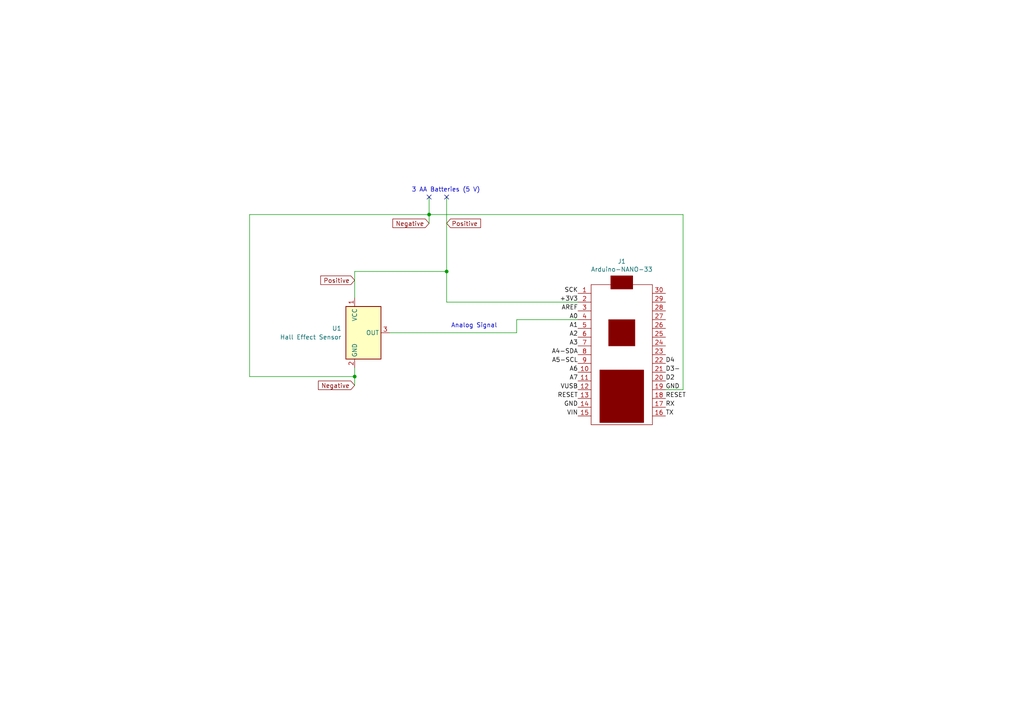
<source format=kicad_sch>
(kicad_sch (version 20230121) (generator eeschema)

  (uuid c38cf12e-3d6f-4417-a28f-ec7da153f6f1)

  (paper "A4")

  (lib_symbols
    (symbol "Nano_33-rescue:Arduino-NANO-33-arduino-nano-33-Nano_33-rescue" (pin_names (offset 1.016) hide) (in_bom yes) (on_board yes)
      (property "Reference" "J" (at 0 24.765 0)
        (effects (font (size 1.27 1.27)))
      )
      (property "Value" "Nano_33-rescue_Arduino-NANO-33-arduino-nano-33" (at 1.27 -22.86 0)
        (effects (font (size 1.27 1.27)))
      )
      (property "Footprint" "" (at -8.255 -2.54 0)
        (effects (font (size 1.27 1.27)) hide)
      )
      (property "Datasheet" "" (at -8.255 -2.54 0)
        (effects (font (size 1.27 1.27)) hide)
      )
      (property "ki_fp_filters" "Connector*:*_1x??_*" (at 0 0 0)
        (effects (font (size 1.27 1.27)) hide)
      )
      (symbol "Arduino-NANO-33-arduino-nano-33-Nano_33-rescue_0_1"
        (rectangle (start -8.89 -20.32) (end 8.89 20.32)
          (stroke (width 0) (type solid))
          (fill (type none))
        )
        (rectangle (start -3.81 10.16) (end 3.81 2.54)
          (stroke (width 0) (type solid))
          (fill (type outline))
        )
        (rectangle (start -3.175 22.86) (end 3.175 19.05)
          (stroke (width 0) (type solid))
          (fill (type outline))
        )
        (rectangle (start 6.35 -19.685) (end -6.35 -4.445)
          (stroke (width 0) (type solid))
          (fill (type outline))
        )
      )
      (symbol "Arduino-NANO-33-arduino-nano-33-Nano_33-rescue_1_1"
        (pin passive line (at -12.7 17.78 0) (length 3.81)
          (name "1" (effects (font (size 1.27 1.27))))
          (number "1" (effects (font (size 1.27 1.27))))
        )
        (pin passive line (at -12.7 -5.08 0) (length 3.81)
          (name "10" (effects (font (size 1.27 1.27))))
          (number "10" (effects (font (size 1.27 1.27))))
        )
        (pin passive line (at -12.7 -7.62 0) (length 3.81)
          (name "11" (effects (font (size 1.27 1.27))))
          (number "11" (effects (font (size 1.27 1.27))))
        )
        (pin passive line (at -12.7 -10.16 0) (length 3.81)
          (name "12" (effects (font (size 1.27 1.27))))
          (number "12" (effects (font (size 1.27 1.27))))
        )
        (pin passive line (at -12.7 -12.7 0) (length 3.81)
          (name "13" (effects (font (size 1.27 1.27))))
          (number "13" (effects (font (size 1.27 1.27))))
        )
        (pin passive line (at -12.7 -15.24 0) (length 3.81)
          (name "14" (effects (font (size 1.27 1.27))))
          (number "14" (effects (font (size 1.27 1.27))))
        )
        (pin passive line (at -12.7 -17.78 0) (length 3.81)
          (name "15" (effects (font (size 1.27 1.27))))
          (number "15" (effects (font (size 1.27 1.27))))
        )
        (pin passive line (at 12.7 -17.78 180) (length 3.81)
          (name "16" (effects (font (size 1.27 1.27))))
          (number "16" (effects (font (size 1.27 1.27))))
        )
        (pin passive line (at 12.7 -15.24 180) (length 3.81)
          (name "17" (effects (font (size 1.27 1.27))))
          (number "17" (effects (font (size 1.27 1.27))))
        )
        (pin passive line (at 12.7 -12.7 180) (length 3.81)
          (name "18" (effects (font (size 1.27 1.27))))
          (number "18" (effects (font (size 1.27 1.27))))
        )
        (pin passive line (at 12.7 -10.16 180) (length 3.81)
          (name "19" (effects (font (size 1.27 1.27))))
          (number "19" (effects (font (size 1.27 1.27))))
        )
        (pin passive line (at -12.7 15.24 0) (length 3.81)
          (name "2" (effects (font (size 1.27 1.27))))
          (number "2" (effects (font (size 1.27 1.27))))
        )
        (pin passive line (at 12.7 -7.62 180) (length 3.81)
          (name "20" (effects (font (size 1.27 1.27))))
          (number "20" (effects (font (size 1.27 1.27))))
        )
        (pin passive line (at 12.7 -5.08 180) (length 3.81)
          (name "21" (effects (font (size 1.27 1.27))))
          (number "21" (effects (font (size 1.27 1.27))))
        )
        (pin passive line (at 12.7 -2.54 180) (length 3.81)
          (name "22" (effects (font (size 1.27 1.27))))
          (number "22" (effects (font (size 1.27 1.27))))
        )
        (pin passive line (at 12.7 0 180) (length 3.81)
          (name "23" (effects (font (size 1.27 1.27))))
          (number "23" (effects (font (size 1.27 1.27))))
        )
        (pin passive line (at 12.7 2.54 180) (length 3.81)
          (name "24" (effects (font (size 1.27 1.27))))
          (number "24" (effects (font (size 1.27 1.27))))
        )
        (pin passive line (at 12.7 5.08 180) (length 3.81)
          (name "25" (effects (font (size 1.27 1.27))))
          (number "25" (effects (font (size 1.27 1.27))))
        )
        (pin passive line (at 12.7 7.62 180) (length 3.81)
          (name "26" (effects (font (size 1.27 1.27))))
          (number "26" (effects (font (size 1.27 1.27))))
        )
        (pin passive line (at 12.7 10.16 180) (length 3.81)
          (name "27" (effects (font (size 1.27 1.27))))
          (number "27" (effects (font (size 1.27 1.27))))
        )
        (pin passive line (at 12.7 12.7 180) (length 3.81)
          (name "28" (effects (font (size 1.27 1.27))))
          (number "28" (effects (font (size 1.27 1.27))))
        )
        (pin passive line (at 12.7 15.24 180) (length 3.81)
          (name "29" (effects (font (size 1.27 1.27))))
          (number "29" (effects (font (size 1.27 1.27))))
        )
        (pin passive line (at -12.7 12.7 0) (length 3.81)
          (name "3" (effects (font (size 1.27 1.27))))
          (number "3" (effects (font (size 1.27 1.27))))
        )
        (pin passive line (at 12.7 17.78 180) (length 3.81)
          (name "30" (effects (font (size 1.27 1.27))))
          (number "30" (effects (font (size 1.27 1.27))))
        )
        (pin passive line (at -12.7 10.16 0) (length 3.81)
          (name "4" (effects (font (size 1.27 1.27))))
          (number "4" (effects (font (size 1.27 1.27))))
        )
        (pin passive line (at -12.7 7.62 0) (length 3.81)
          (name "5" (effects (font (size 1.27 1.27))))
          (number "5" (effects (font (size 1.27 1.27))))
        )
        (pin passive line (at -12.7 5.08 0) (length 3.81)
          (name "6" (effects (font (size 1.27 1.27))))
          (number "6" (effects (font (size 1.27 1.27))))
        )
        (pin passive line (at -12.7 2.54 0) (length 3.81)
          (name "7" (effects (font (size 1.27 1.27))))
          (number "7" (effects (font (size 1.27 1.27))))
        )
        (pin passive line (at -12.7 0 0) (length 3.81)
          (name "8" (effects (font (size 1.27 1.27))))
          (number "8" (effects (font (size 1.27 1.27))))
        )
        (pin passive line (at -12.7 -2.54 0) (length 3.81)
          (name "9" (effects (font (size 1.27 1.27))))
          (number "9" (effects (font (size 1.27 1.27))))
        )
      )
    )
    (symbol "Sensor_Magnetic:DRV5055A2xLPGxQ1" (in_bom yes) (on_board yes)
      (property "Reference" "U" (at 5.08 12.7 0)
        (effects (font (size 1.27 1.27)))
      )
      (property "Value" "DRV5055A2xLPGxQ1" (at 7.62 10.16 0)
        (effects (font (size 1.27 1.27)))
      )
      (property "Footprint" "Package_TO_SOT_THT:TO-92_Inline" (at 0 0 0)
        (effects (font (size 1.27 1.27)) hide)
      )
      (property "Datasheet" "https://www.ti.com/lit/ds/symlink/drv5055-q1.pdf" (at 0 0 0)
        (effects (font (size 1.27 1.27)) hide)
      )
      (property "ki_keywords" "Automotive Ratiometric Linear Hall Effect Sensor AEC-Q100" (at 0 0 0)
        (effects (font (size 1.27 1.27)) hide)
      )
      (property "ki_description" "50 mV/mT,±42-mT, 20-kHz, 3.3/5V, TO-92" (at 0 0 0)
        (effects (font (size 1.27 1.27)) hide)
      )
      (property "ki_fp_filters" "TO?92*" (at 0 0 0)
        (effects (font (size 1.27 1.27)) hide)
      )
      (symbol "DRV5055A2xLPGxQ1_1_1"
        (rectangle (start -5.08 7.62) (end 5.08 -7.62)
          (stroke (width 0.254) (type default))
          (fill (type background))
        )
        (pin power_in line (at -2.54 10.16 270) (length 2.54)
          (name "VCC" (effects (font (size 1.27 1.27))))
          (number "1" (effects (font (size 1.27 1.27))))
        )
        (pin power_in line (at -2.54 -10.16 90) (length 2.54)
          (name "GND" (effects (font (size 1.27 1.27))))
          (number "2" (effects (font (size 1.27 1.27))))
        )
        (pin output line (at 7.62 0 180) (length 2.54)
          (name "OUT" (effects (font (size 1.27 1.27))))
          (number "3" (effects (font (size 1.27 1.27))))
        )
      )
    )
  )

  (junction (at 129.54 78.74) (diameter 0) (color 0 0 0 0)
    (uuid 47816168-07c9-4ede-8a91-de42697a0ba0)
  )
  (junction (at 124.46 62.23) (diameter 0) (color 0 0 0 0)
    (uuid 7b5f5fa8-d81a-4b36-a779-d2edcf2e087c)
  )
  (junction (at 102.87 109.22) (diameter 0) (color 0 0 0 0)
    (uuid d793cf21-19a5-418d-8eb4-0aa0ea6ce035)
  )

  (no_connect (at 129.54 57.15) (uuid e3aab1c7-016c-4d44-a8ff-56015b73ca1e))
  (no_connect (at 124.46 57.15) (uuid f895f84b-f521-4838-a533-c5394e2d58bf))

  (wire (pts (xy 149.86 92.71) (xy 167.64 92.71))
    (stroke (width 0) (type default))
    (uuid 013c644a-56de-4f23-842e-3cdaae0bde78)
  )
  (wire (pts (xy 149.86 96.52) (xy 149.86 92.71))
    (stroke (width 0) (type default))
    (uuid 0251ff06-afa7-42e0-9eb2-37b8b2bd2a81)
  )
  (wire (pts (xy 113.03 96.52) (xy 149.86 96.52))
    (stroke (width 0) (type default))
    (uuid 042e25b4-300e-4d73-bd60-45e5e14af29b)
  )
  (wire (pts (xy 102.87 111.76) (xy 102.87 109.22))
    (stroke (width 0) (type default))
    (uuid 0db99ce6-fd4f-4f15-b1b8-b3aad717af08)
  )
  (wire (pts (xy 129.54 57.15) (xy 129.54 78.74))
    (stroke (width 0) (type default))
    (uuid 0f45af3a-85aa-4f86-88f6-17106965c9f1)
  )
  (wire (pts (xy 129.54 78.74) (xy 102.87 78.74))
    (stroke (width 0) (type default))
    (uuid 24ded828-f0df-45fb-bdbc-aaae0d88b710)
  )
  (wire (pts (xy 124.46 62.23) (xy 198.12 62.23))
    (stroke (width 0) (type default))
    (uuid 45c31c72-e512-4017-8368-7ebad922f73d)
  )
  (wire (pts (xy 72.39 109.22) (xy 102.87 109.22))
    (stroke (width 0) (type default))
    (uuid 460f96f6-2613-42f6-b75f-d4920567a7db)
  )
  (wire (pts (xy 102.87 109.22) (xy 102.87 106.68))
    (stroke (width 0) (type default))
    (uuid 5e980dc2-b1f7-471c-8262-e7e35aa6e2b9)
  )
  (wire (pts (xy 198.12 62.23) (xy 198.12 113.03))
    (stroke (width 0) (type default))
    (uuid 9b3979c4-8ce4-4020-9bed-0c64cd53bb51)
  )
  (wire (pts (xy 193.04 113.03) (xy 198.12 113.03))
    (stroke (width 0) (type default))
    (uuid 9ccf178f-f930-4045-a7bd-633fcd8f8316)
  )
  (wire (pts (xy 124.46 62.23) (xy 124.46 64.77))
    (stroke (width 0) (type default))
    (uuid bab67a78-63ad-41b7-9e8b-baca281a46d3)
  )
  (wire (pts (xy 124.46 62.23) (xy 72.39 62.23))
    (stroke (width 0) (type default))
    (uuid cde2751a-4a4c-4978-ae37-a47faca38b40)
  )
  (wire (pts (xy 129.54 87.63) (xy 167.64 87.63))
    (stroke (width 0) (type default))
    (uuid cded005d-4fdf-4911-9b49-9617563916b3)
  )
  (wire (pts (xy 102.87 78.74) (xy 102.87 86.36))
    (stroke (width 0) (type default))
    (uuid d2054298-11b4-46be-a0c3-6abc3752b929)
  )
  (wire (pts (xy 72.39 62.23) (xy 72.39 109.22))
    (stroke (width 0) (type default))
    (uuid e180eaf9-53de-480d-beb8-3689be5c8978)
  )
  (wire (pts (xy 129.54 78.74) (xy 129.54 87.63))
    (stroke (width 0) (type default))
    (uuid ef882d2a-86e0-4a80-9b7a-116a334a624f)
  )
  (wire (pts (xy 124.46 57.15) (xy 124.46 62.23))
    (stroke (width 0) (type default))
    (uuid fa50b7cc-e922-4dd3-a5c2-ff2bd31fb271)
  )

  (text "3 AA Batteries (5 V)" (at 119.38 55.88 0)
    (effects (font (size 1.27 1.27)) (justify left bottom))
    (uuid 490401c6-604a-4794-9254-562fb82ac7d7)
  )
  (text "Analog Signal" (at 130.81 95.25 0)
    (effects (font (size 1.27 1.27)) (justify left bottom))
    (uuid 663768e1-e280-4a71-af67-41fc48222c89)
  )

  (label "VIN" (at 167.64 120.65 180) (fields_autoplaced)
    (effects (font (size 1.27 1.27)) (justify right bottom))
    (uuid 162bb65e-56b7-4c81-a4bd-b24ab41b3a88)
  )
  (label "GND" (at 193.04 113.03 0) (fields_autoplaced)
    (effects (font (size 1.27 1.27)) (justify left bottom))
    (uuid 3293c085-4e0f-422c-9b68-0a550df9b0bb)
  )
  (label "D3-" (at 193.04 107.95 0) (fields_autoplaced)
    (effects (font (size 1.27 1.27)) (justify left bottom))
    (uuid 35282ab1-f6bb-4ff7-9214-ea979e4691b0)
  )
  (label "RESET" (at 167.64 115.57 180) (fields_autoplaced)
    (effects (font (size 1.27 1.27)) (justify right bottom))
    (uuid 390ec455-faa8-4e9b-9b65-8a3b0b0f6ae8)
  )
  (label "TX" (at 193.04 120.65 0) (fields_autoplaced)
    (effects (font (size 1.27 1.27)) (justify left bottom))
    (uuid 3c19c798-3ff8-471f-b4c3-9501193b78d8)
  )
  (label "A0" (at 167.64 92.71 180) (fields_autoplaced)
    (effects (font (size 1.27 1.27)) (justify right bottom))
    (uuid 3e634ea2-4af4-40d6-8993-47f4acf9b6a1)
  )
  (label "GND" (at 167.64 118.11 180) (fields_autoplaced)
    (effects (font (size 1.27 1.27)) (justify right bottom))
    (uuid 44f19f39-a52f-4748-ade3-1bfdbd231fa6)
  )
  (label "AREF" (at 167.64 90.17 180) (fields_autoplaced)
    (effects (font (size 1.27 1.27)) (justify right bottom))
    (uuid 45d1fa83-db63-4ef9-b9e4-06722354197a)
  )
  (label "A1" (at 167.64 95.25 180) (fields_autoplaced)
    (effects (font (size 1.27 1.27)) (justify right bottom))
    (uuid 4be1f030-8007-4a07-a865-c6e99c400c71)
  )
  (label "D2" (at 193.04 110.49 0) (fields_autoplaced)
    (effects (font (size 1.27 1.27)) (justify left bottom))
    (uuid 71902cfe-1fd6-48b4-abcc-bac9b6e09159)
  )
  (label "A6" (at 167.64 107.95 180) (fields_autoplaced)
    (effects (font (size 1.27 1.27)) (justify right bottom))
    (uuid 77f1ebc7-23aa-4e44-a978-8163d5db20f0)
  )
  (label "A4-SDA" (at 167.64 102.87 180) (fields_autoplaced)
    (effects (font (size 1.27 1.27)) (justify right bottom))
    (uuid 7ebad0ae-6776-49b4-8937-857cfd7c5b0d)
  )
  (label "A7" (at 167.64 110.49 180) (fields_autoplaced)
    (effects (font (size 1.27 1.27)) (justify right bottom))
    (uuid 9f77b16b-face-41c4-b9be-de6ddef2a528)
  )
  (label "RESET" (at 193.04 115.57 0) (fields_autoplaced)
    (effects (font (size 1.27 1.27)) (justify left bottom))
    (uuid a15db69d-a5e0-4423-998b-ce77360347c8)
  )
  (label "A3" (at 167.64 100.33 180) (fields_autoplaced)
    (effects (font (size 1.27 1.27)) (justify right bottom))
    (uuid a74b17ff-ec98-4472-bed1-cd7504df7c82)
  )
  (label "D4" (at 193.04 105.41 0) (fields_autoplaced)
    (effects (font (size 1.27 1.27)) (justify left bottom))
    (uuid aba8c6c2-9693-40b7-8317-e505928f3dbd)
  )
  (label "A5-SCL" (at 167.64 105.41 180) (fields_autoplaced)
    (effects (font (size 1.27 1.27)) (justify right bottom))
    (uuid bb3bb6ed-3d6a-46ac-8872-57840e95a6b5)
  )
  (label "RX" (at 193.04 118.11 0) (fields_autoplaced)
    (effects (font (size 1.27 1.27)) (justify left bottom))
    (uuid bb6f4efb-c9cd-4b30-8c46-9ce72d7141fd)
  )
  (label "SCK" (at 167.64 85.09 180) (fields_autoplaced)
    (effects (font (size 1.27 1.27)) (justify right bottom))
    (uuid c14cb104-2a13-439c-8c3b-6e3d91a932e7)
  )
  (label "A2" (at 167.64 97.79 180) (fields_autoplaced)
    (effects (font (size 1.27 1.27)) (justify right bottom))
    (uuid c5ea3c71-cc6d-4bf4-9bf5-b54865e5d32b)
  )
  (label "VUSB" (at 167.64 113.03 180) (fields_autoplaced)
    (effects (font (size 1.27 1.27)) (justify right bottom))
    (uuid d2af5b1a-5d62-4fe2-a086-50c4c1c8e36c)
  )
  (label "+3V3" (at 167.64 87.63 180) (fields_autoplaced)
    (effects (font (size 1.27 1.27)) (justify right bottom))
    (uuid ffaab7dc-d149-47f1-8ee0-924a6c22eeaf)
  )

  (global_label "Positive" (shape input) (at 102.87 81.28 180) (fields_autoplaced)
    (effects (font (size 1.27 1.27)) (justify right))
    (uuid 38c8b066-c51d-4aa6-932a-bd32bc8705ad)
    (property "Intersheetrefs" "${INTERSHEET_REFS}" (at 92.4462 81.28 0)
      (effects (font (size 1.27 1.27)) (justify right) hide)
    )
  )
  (global_label "Negative" (shape input) (at 102.87 111.76 180) (fields_autoplaced)
    (effects (font (size 1.27 1.27)) (justify right))
    (uuid 390c099b-abb6-46b2-b408-bf34d5e4fcdb)
    (property "Intersheetrefs" "${INTERSHEET_REFS}" (at 91.781 111.76 0)
      (effects (font (size 1.27 1.27)) (justify right) hide)
    )
  )
  (global_label "Negative" (shape input) (at 124.46 64.77 180) (fields_autoplaced)
    (effects (font (size 1.27 1.27)) (justify right))
    (uuid d542f034-24df-4634-9dcb-10d283ed094c)
    (property "Intersheetrefs" "${INTERSHEET_REFS}" (at 113.371 64.77 0)
      (effects (font (size 1.27 1.27)) (justify right) hide)
    )
  )
  (global_label "Positive" (shape input) (at 129.54 64.77 0) (fields_autoplaced)
    (effects (font (size 1.27 1.27)) (justify left))
    (uuid eb0de039-ed52-431d-80d6-bf1d2bd99be4)
    (property "Intersheetrefs" "${INTERSHEET_REFS}" (at 139.9638 64.77 0)
      (effects (font (size 1.27 1.27)) (justify left) hide)
    )
  )

  (symbol (lib_id "Nano_33-rescue:Arduino-NANO-33-arduino-nano-33-Nano_33-rescue") (at 180.34 102.87 0) (unit 1)
    (in_bom yes) (on_board yes) (dnp no)
    (uuid c6894feb-c6f5-4505-b078-3b2b9e952e4e)
    (property "Reference" "J1" (at 180.34 75.819 0)
      (effects (font (size 1.27 1.27)))
    )
    (property "Value" "Arduino-NANO-33" (at 180.34 78.1304 0)
      (effects (font (size 1.27 1.27)))
    )
    (property "Footprint" "Arduino:NANO_33_Socket_Castell" (at 172.085 105.41 0)
      (effects (font (size 1.27 1.27)) hide)
    )
    (property "Datasheet" "~" (at 172.085 105.41 0)
      (effects (font (size 1.27 1.27)) hide)
    )
    (pin "1" (uuid 78dcb150-5cae-48a1-8d3c-0f834c01a197))
    (pin "10" (uuid 1ae901b7-ca3b-4d6a-a463-3af3e637500a))
    (pin "11" (uuid 269ecaa8-edc1-4152-91af-db61f5cb9fa8))
    (pin "12" (uuid fe19a6a9-c39a-4e11-afd9-5c25dbcc390c))
    (pin "13" (uuid b58c24dd-9090-4b39-a9ff-087ea1e5ce3a))
    (pin "14" (uuid ae46e7ef-baab-4fd5-a816-3f908261588e))
    (pin "15" (uuid b4553917-d7b0-4d85-82ed-d309f729e28b))
    (pin "16" (uuid bb07cfe3-42ce-49d0-8dfb-de6a811f0842))
    (pin "17" (uuid 8e8a15ad-f300-4e6c-801e-6650184867f2))
    (pin "18" (uuid 43d558bb-6ab3-441f-bbd3-01b9ead4df41))
    (pin "19" (uuid 4374f14f-e8be-472e-a840-75171e89b817))
    (pin "2" (uuid 388023ba-8863-4b9c-a5c8-14f951cdd3a0))
    (pin "20" (uuid b2b2301b-d5da-4432-8c43-3af891218598))
    (pin "21" (uuid d989b397-552e-4cea-ba4b-2843b5b23c91))
    (pin "22" (uuid be10c8aa-512b-48d6-a3df-3b73e9cfbb10))
    (pin "23" (uuid 498a0ba1-c315-4bae-8b26-43b408ea6af2))
    (pin "24" (uuid 44a08c38-2434-4915-b0fe-c024fab744ea))
    (pin "25" (uuid 1beb06cb-9d9f-4de8-a025-dd194bd2592f))
    (pin "26" (uuid eb91cfd3-abab-428d-a4a6-b443d82722f9))
    (pin "27" (uuid cf77175c-e3a1-417e-956f-7ca1a65b808a))
    (pin "28" (uuid bdd03211-c99b-4b49-9c81-92dc7ef7d1f5))
    (pin "29" (uuid 95e3582d-0738-41d8-9793-5148bd73c6fb))
    (pin "3" (uuid d3183963-bd92-4715-b823-aa1aadf0bee2))
    (pin "30" (uuid 61285956-d364-4cfd-ae88-b117a7bbbb7d))
    (pin "4" (uuid 702c5480-76b9-4308-aa43-a2ca9296b7f8))
    (pin "5" (uuid 76d55a72-92ec-4334-9be3-66ac25ce0774))
    (pin "6" (uuid df856acd-c9f5-427a-b261-10467f478545))
    (pin "7" (uuid 398e091d-1084-4837-ab94-dd820aaf1e77))
    (pin "8" (uuid bd4364e9-4a76-4584-8dbf-b47acb275a0b))
    (pin "9" (uuid 4a34a0f5-13f2-4f7f-a967-cf3f3f3ad267))
    (instances
      (project "WorkSystem (2)"
        (path "/c38cf12e-3d6f-4417-a28f-ec7da153f6f1"
          (reference "J1") (unit 1)
        )
      )
      (project "Nano_33"
        (path "/c41f9894-a2ec-49a2-8f65-870c6d19a022"
          (reference "J1") (unit 1)
        )
      )
      (project "Work"
        (path "/f9abcdbe-662d-441c-a30a-d404041cfd40"
          (reference "J1") (unit 1)
        )
      )
    )
  )

  (symbol (lib_id "Sensor_Magnetic:DRV5055A2xLPGxQ1") (at 105.41 96.52 0) (unit 1)
    (in_bom yes) (on_board yes) (dnp no) (fields_autoplaced)
    (uuid e7604a76-5091-48cc-bc07-8e33885467ee)
    (property "Reference" "U1" (at 99.06 95.25 0)
      (effects (font (size 1.27 1.27)) (justify right))
    )
    (property "Value" "Hall Effect Sensor" (at 99.06 97.79 0)
      (effects (font (size 1.27 1.27)) (justify right))
    )
    (property "Footprint" "Package_TO_SOT_THT:TO-92_Inline" (at 105.41 96.52 0)
      (effects (font (size 1.27 1.27)) hide)
    )
    (property "Datasheet" "https://www.ti.com/lit/ds/symlink/drv5055-q1.pdf" (at 105.41 96.52 0)
      (effects (font (size 1.27 1.27)) hide)
    )
    (pin "1" (uuid 5233e011-ee46-41f2-ba27-6027761edf46))
    (pin "2" (uuid 71ecd923-fe07-4005-a605-ed3940fb59a8))
    (pin "3" (uuid b4900822-1252-49d1-93cf-716730c79848))
    (instances
      (project "WorkSystem (2)"
        (path "/c38cf12e-3d6f-4417-a28f-ec7da153f6f1"
          (reference "U1") (unit 1)
        )
      )
      (project "Work"
        (path "/f9abcdbe-662d-441c-a30a-d404041cfd40"
          (reference "U1") (unit 1)
        )
      )
    )
  )

  (sheet_instances
    (path "/" (page "1"))
  )
)

</source>
